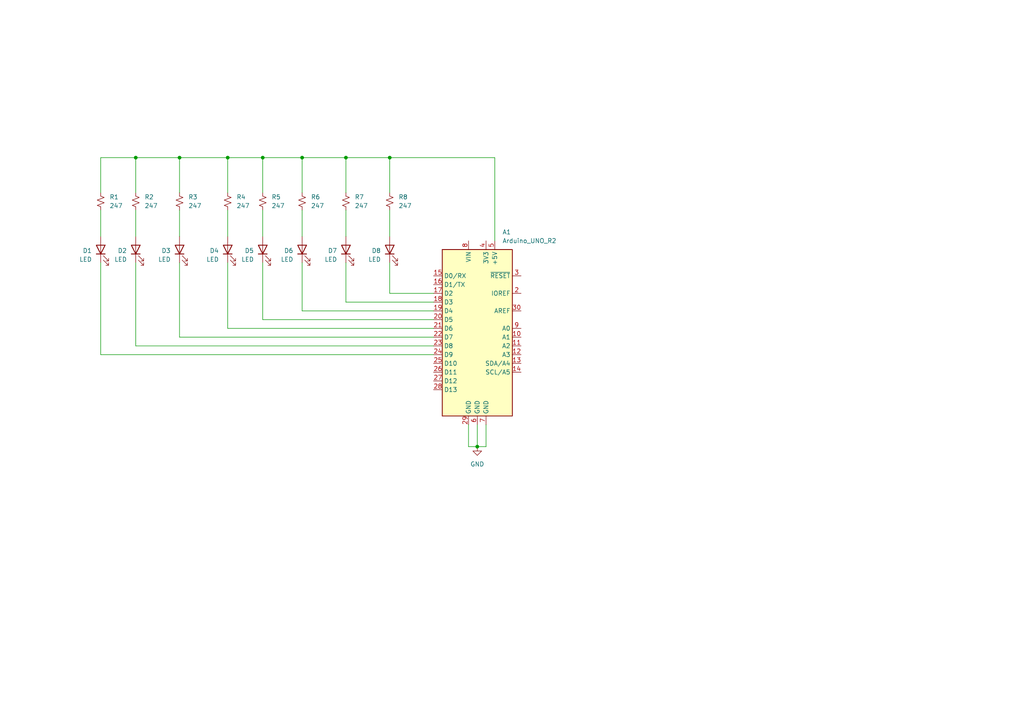
<source format=kicad_sch>
(kicad_sch (version 20230121) (generator eeschema)

  (uuid 0041f362-f40e-4a83-9e95-eeda5808bbee)

  (paper "A4")

  (title_block
    (title "ARDUNO UNO SHIELD")
    (date "21/1/2024")
    (rev "1")
    (company "HCMUT")
    (comment 1 "HOMEWORK1")
  )

  (lib_symbols
    (symbol "Device:LED" (pin_numbers hide) (pin_names (offset 1.016) hide) (in_bom yes) (on_board yes)
      (property "Reference" "D" (at 0 2.54 0)
        (effects (font (size 1.27 1.27)))
      )
      (property "Value" "LED" (at 0 -2.54 0)
        (effects (font (size 1.27 1.27)))
      )
      (property "Footprint" "" (at 0 0 0)
        (effects (font (size 1.27 1.27)) hide)
      )
      (property "Datasheet" "~" (at 0 0 0)
        (effects (font (size 1.27 1.27)) hide)
      )
      (property "ki_keywords" "LED diode" (at 0 0 0)
        (effects (font (size 1.27 1.27)) hide)
      )
      (property "ki_description" "Light emitting diode" (at 0 0 0)
        (effects (font (size 1.27 1.27)) hide)
      )
      (property "ki_fp_filters" "LED* LED_SMD:* LED_THT:*" (at 0 0 0)
        (effects (font (size 1.27 1.27)) hide)
      )
      (symbol "LED_0_1"
        (polyline
          (pts
            (xy -1.27 -1.27)
            (xy -1.27 1.27)
          )
          (stroke (width 0.254) (type default))
          (fill (type none))
        )
        (polyline
          (pts
            (xy -1.27 0)
            (xy 1.27 0)
          )
          (stroke (width 0) (type default))
          (fill (type none))
        )
        (polyline
          (pts
            (xy 1.27 -1.27)
            (xy 1.27 1.27)
            (xy -1.27 0)
            (xy 1.27 -1.27)
          )
          (stroke (width 0.254) (type default))
          (fill (type none))
        )
        (polyline
          (pts
            (xy -3.048 -0.762)
            (xy -4.572 -2.286)
            (xy -3.81 -2.286)
            (xy -4.572 -2.286)
            (xy -4.572 -1.524)
          )
          (stroke (width 0) (type default))
          (fill (type none))
        )
        (polyline
          (pts
            (xy -1.778 -0.762)
            (xy -3.302 -2.286)
            (xy -2.54 -2.286)
            (xy -3.302 -2.286)
            (xy -3.302 -1.524)
          )
          (stroke (width 0) (type default))
          (fill (type none))
        )
      )
      (symbol "LED_1_1"
        (pin passive line (at -3.81 0 0) (length 2.54)
          (name "K" (effects (font (size 1.27 1.27))))
          (number "1" (effects (font (size 1.27 1.27))))
        )
        (pin passive line (at 3.81 0 180) (length 2.54)
          (name "A" (effects (font (size 1.27 1.27))))
          (number "2" (effects (font (size 1.27 1.27))))
        )
      )
    )
    (symbol "Device:R_Small_US" (pin_numbers hide) (pin_names (offset 0.254) hide) (in_bom yes) (on_board yes)
      (property "Reference" "R" (at 0.762 0.508 0)
        (effects (font (size 1.27 1.27)) (justify left))
      )
      (property "Value" "R_Small_US" (at 0.762 -1.016 0)
        (effects (font (size 1.27 1.27)) (justify left))
      )
      (property "Footprint" "" (at 0 0 0)
        (effects (font (size 1.27 1.27)) hide)
      )
      (property "Datasheet" "~" (at 0 0 0)
        (effects (font (size 1.27 1.27)) hide)
      )
      (property "ki_keywords" "r resistor" (at 0 0 0)
        (effects (font (size 1.27 1.27)) hide)
      )
      (property "ki_description" "Resistor, small US symbol" (at 0 0 0)
        (effects (font (size 1.27 1.27)) hide)
      )
      (property "ki_fp_filters" "R_*" (at 0 0 0)
        (effects (font (size 1.27 1.27)) hide)
      )
      (symbol "R_Small_US_1_1"
        (polyline
          (pts
            (xy 0 0)
            (xy 1.016 -0.381)
            (xy 0 -0.762)
            (xy -1.016 -1.143)
            (xy 0 -1.524)
          )
          (stroke (width 0) (type default))
          (fill (type none))
        )
        (polyline
          (pts
            (xy 0 1.524)
            (xy 1.016 1.143)
            (xy 0 0.762)
            (xy -1.016 0.381)
            (xy 0 0)
          )
          (stroke (width 0) (type default))
          (fill (type none))
        )
        (pin passive line (at 0 2.54 270) (length 1.016)
          (name "~" (effects (font (size 1.27 1.27))))
          (number "1" (effects (font (size 1.27 1.27))))
        )
        (pin passive line (at 0 -2.54 90) (length 1.016)
          (name "~" (effects (font (size 1.27 1.27))))
          (number "2" (effects (font (size 1.27 1.27))))
        )
      )
    )
    (symbol "MCU_Module:Arduino_UNO_R2" (in_bom yes) (on_board yes)
      (property "Reference" "A" (at -10.16 23.495 0)
        (effects (font (size 1.27 1.27)) (justify left bottom))
      )
      (property "Value" "Arduino_UNO_R2" (at 5.08 -26.67 0)
        (effects (font (size 1.27 1.27)) (justify left top))
      )
      (property "Footprint" "Module:Arduino_UNO_R2" (at 0 0 0)
        (effects (font (size 1.27 1.27) italic) hide)
      )
      (property "Datasheet" "https://www.arduino.cc/en/Main/arduinoBoardUno" (at 0 0 0)
        (effects (font (size 1.27 1.27)) hide)
      )
      (property "ki_keywords" "Arduino UNO R3 Microcontroller Module Atmel AVR USB" (at 0 0 0)
        (effects (font (size 1.27 1.27)) hide)
      )
      (property "ki_description" "Arduino UNO Microcontroller Module, release 2" (at 0 0 0)
        (effects (font (size 1.27 1.27)) hide)
      )
      (property "ki_fp_filters" "Arduino*UNO*R2*" (at 0 0 0)
        (effects (font (size 1.27 1.27)) hide)
      )
      (symbol "Arduino_UNO_R2_0_1"
        (rectangle (start -10.16 22.86) (end 10.16 -25.4)
          (stroke (width 0.254) (type default))
          (fill (type background))
        )
      )
      (symbol "Arduino_UNO_R2_1_1"
        (pin no_connect line (at -10.16 -20.32 0) (length 2.54) hide
          (name "NC" (effects (font (size 1.27 1.27))))
          (number "1" (effects (font (size 1.27 1.27))))
        )
        (pin bidirectional line (at 12.7 -2.54 180) (length 2.54)
          (name "A1" (effects (font (size 1.27 1.27))))
          (number "10" (effects (font (size 1.27 1.27))))
        )
        (pin bidirectional line (at 12.7 -5.08 180) (length 2.54)
          (name "A2" (effects (font (size 1.27 1.27))))
          (number "11" (effects (font (size 1.27 1.27))))
        )
        (pin bidirectional line (at 12.7 -7.62 180) (length 2.54)
          (name "A3" (effects (font (size 1.27 1.27))))
          (number "12" (effects (font (size 1.27 1.27))))
        )
        (pin bidirectional line (at 12.7 -10.16 180) (length 2.54)
          (name "SDA/A4" (effects (font (size 1.27 1.27))))
          (number "13" (effects (font (size 1.27 1.27))))
        )
        (pin bidirectional line (at 12.7 -12.7 180) (length 2.54)
          (name "SCL/A5" (effects (font (size 1.27 1.27))))
          (number "14" (effects (font (size 1.27 1.27))))
        )
        (pin bidirectional line (at -12.7 15.24 0) (length 2.54)
          (name "D0/RX" (effects (font (size 1.27 1.27))))
          (number "15" (effects (font (size 1.27 1.27))))
        )
        (pin bidirectional line (at -12.7 12.7 0) (length 2.54)
          (name "D1/TX" (effects (font (size 1.27 1.27))))
          (number "16" (effects (font (size 1.27 1.27))))
        )
        (pin bidirectional line (at -12.7 10.16 0) (length 2.54)
          (name "D2" (effects (font (size 1.27 1.27))))
          (number "17" (effects (font (size 1.27 1.27))))
        )
        (pin bidirectional line (at -12.7 7.62 0) (length 2.54)
          (name "D3" (effects (font (size 1.27 1.27))))
          (number "18" (effects (font (size 1.27 1.27))))
        )
        (pin bidirectional line (at -12.7 5.08 0) (length 2.54)
          (name "D4" (effects (font (size 1.27 1.27))))
          (number "19" (effects (font (size 1.27 1.27))))
        )
        (pin output line (at 12.7 10.16 180) (length 2.54)
          (name "IOREF" (effects (font (size 1.27 1.27))))
          (number "2" (effects (font (size 1.27 1.27))))
        )
        (pin bidirectional line (at -12.7 2.54 0) (length 2.54)
          (name "D5" (effects (font (size 1.27 1.27))))
          (number "20" (effects (font (size 1.27 1.27))))
        )
        (pin bidirectional line (at -12.7 0 0) (length 2.54)
          (name "D6" (effects (font (size 1.27 1.27))))
          (number "21" (effects (font (size 1.27 1.27))))
        )
        (pin bidirectional line (at -12.7 -2.54 0) (length 2.54)
          (name "D7" (effects (font (size 1.27 1.27))))
          (number "22" (effects (font (size 1.27 1.27))))
        )
        (pin bidirectional line (at -12.7 -5.08 0) (length 2.54)
          (name "D8" (effects (font (size 1.27 1.27))))
          (number "23" (effects (font (size 1.27 1.27))))
        )
        (pin bidirectional line (at -12.7 -7.62 0) (length 2.54)
          (name "D9" (effects (font (size 1.27 1.27))))
          (number "24" (effects (font (size 1.27 1.27))))
        )
        (pin bidirectional line (at -12.7 -10.16 0) (length 2.54)
          (name "D10" (effects (font (size 1.27 1.27))))
          (number "25" (effects (font (size 1.27 1.27))))
        )
        (pin bidirectional line (at -12.7 -12.7 0) (length 2.54)
          (name "D11" (effects (font (size 1.27 1.27))))
          (number "26" (effects (font (size 1.27 1.27))))
        )
        (pin bidirectional line (at -12.7 -15.24 0) (length 2.54)
          (name "D12" (effects (font (size 1.27 1.27))))
          (number "27" (effects (font (size 1.27 1.27))))
        )
        (pin bidirectional line (at -12.7 -17.78 0) (length 2.54)
          (name "D13" (effects (font (size 1.27 1.27))))
          (number "28" (effects (font (size 1.27 1.27))))
        )
        (pin power_in line (at -2.54 -27.94 90) (length 2.54)
          (name "GND" (effects (font (size 1.27 1.27))))
          (number "29" (effects (font (size 1.27 1.27))))
        )
        (pin input line (at 12.7 15.24 180) (length 2.54)
          (name "~{RESET}" (effects (font (size 1.27 1.27))))
          (number "3" (effects (font (size 1.27 1.27))))
        )
        (pin input line (at 12.7 5.08 180) (length 2.54)
          (name "AREF" (effects (font (size 1.27 1.27))))
          (number "30" (effects (font (size 1.27 1.27))))
        )
        (pin power_out line (at 2.54 25.4 270) (length 2.54)
          (name "3V3" (effects (font (size 1.27 1.27))))
          (number "4" (effects (font (size 1.27 1.27))))
        )
        (pin power_out line (at 5.08 25.4 270) (length 2.54)
          (name "+5V" (effects (font (size 1.27 1.27))))
          (number "5" (effects (font (size 1.27 1.27))))
        )
        (pin power_in line (at 0 -27.94 90) (length 2.54)
          (name "GND" (effects (font (size 1.27 1.27))))
          (number "6" (effects (font (size 1.27 1.27))))
        )
        (pin power_in line (at 2.54 -27.94 90) (length 2.54)
          (name "GND" (effects (font (size 1.27 1.27))))
          (number "7" (effects (font (size 1.27 1.27))))
        )
        (pin power_in line (at -2.54 25.4 270) (length 2.54)
          (name "VIN" (effects (font (size 1.27 1.27))))
          (number "8" (effects (font (size 1.27 1.27))))
        )
        (pin bidirectional line (at 12.7 0 180) (length 2.54)
          (name "A0" (effects (font (size 1.27 1.27))))
          (number "9" (effects (font (size 1.27 1.27))))
        )
      )
    )
    (symbol "power:GND" (power) (pin_names (offset 0)) (in_bom yes) (on_board yes)
      (property "Reference" "#PWR" (at 0 -6.35 0)
        (effects (font (size 1.27 1.27)) hide)
      )
      (property "Value" "GND" (at 0 -3.81 0)
        (effects (font (size 1.27 1.27)))
      )
      (property "Footprint" "" (at 0 0 0)
        (effects (font (size 1.27 1.27)) hide)
      )
      (property "Datasheet" "" (at 0 0 0)
        (effects (font (size 1.27 1.27)) hide)
      )
      (property "ki_keywords" "global power" (at 0 0 0)
        (effects (font (size 1.27 1.27)) hide)
      )
      (property "ki_description" "Power symbol creates a global label with name \"GND\" , ground" (at 0 0 0)
        (effects (font (size 1.27 1.27)) hide)
      )
      (symbol "GND_0_1"
        (polyline
          (pts
            (xy 0 0)
            (xy 0 -1.27)
            (xy 1.27 -1.27)
            (xy 0 -2.54)
            (xy -1.27 -1.27)
            (xy 0 -1.27)
          )
          (stroke (width 0) (type default))
          (fill (type none))
        )
      )
      (symbol "GND_1_1"
        (pin power_in line (at 0 0 270) (length 0) hide
          (name "GND" (effects (font (size 1.27 1.27))))
          (number "1" (effects (font (size 1.27 1.27))))
        )
      )
    )
  )

  (junction (at 100.33 45.72) (diameter 0) (color 0 0 0 0)
    (uuid 0c23f095-c334-4f3a-8452-3a427b0adfc8)
  )
  (junction (at 138.43 129.54) (diameter 0) (color 0 0 0 0)
    (uuid 0f3e1452-67c3-4d21-9930-b61e47a19231)
  )
  (junction (at 87.63 45.72) (diameter 0) (color 0 0 0 0)
    (uuid 19cb27ec-b978-45fa-a321-7d874278e5e7)
  )
  (junction (at 76.2 45.72) (diameter 0) (color 0 0 0 0)
    (uuid 5009891d-490c-48d9-be49-c81c3246d112)
  )
  (junction (at 66.04 45.72) (diameter 0) (color 0 0 0 0)
    (uuid 5d5b6f99-7d4e-4282-b5fb-7c1e69ebdaf4)
  )
  (junction (at 52.07 45.72) (diameter 0) (color 0 0 0 0)
    (uuid 6ebbe0e9-c741-4e47-81ba-ab8077c2d5dc)
  )
  (junction (at 39.37 45.72) (diameter 0) (color 0 0 0 0)
    (uuid ba2383c8-b906-465e-9b06-3fa06dfed37e)
  )
  (junction (at 113.03 45.72) (diameter 0) (color 0 0 0 0)
    (uuid d7059d63-accd-451a-b88c-5c05ea54fa34)
  )

  (wire (pts (xy 135.89 129.54) (xy 138.43 129.54))
    (stroke (width 0) (type default))
    (uuid 09cb2cfd-3d7f-4750-89b5-bfd47da26dbe)
  )
  (wire (pts (xy 76.2 92.71) (xy 125.73 92.71))
    (stroke (width 0) (type default))
    (uuid 14c182dc-8a78-4945-9fb8-5b781474cdcf)
  )
  (wire (pts (xy 143.51 69.85) (xy 143.51 45.72))
    (stroke (width 0) (type default))
    (uuid 1bc11e14-8056-4617-a62f-fce1dc5fd50c)
  )
  (wire (pts (xy 76.2 45.72) (xy 76.2 55.88))
    (stroke (width 0) (type default))
    (uuid 1bf2536b-0f6d-4be3-aa1f-7c48b4cb9284)
  )
  (wire (pts (xy 87.63 45.72) (xy 87.63 55.88))
    (stroke (width 0) (type default))
    (uuid 1fdac70a-5bd0-4423-ada6-6a1e3a2bbfad)
  )
  (wire (pts (xy 143.51 45.72) (xy 113.03 45.72))
    (stroke (width 0) (type default))
    (uuid 2409779a-b14e-45d3-83b0-ceb04d10308b)
  )
  (wire (pts (xy 52.07 76.2) (xy 52.07 97.79))
    (stroke (width 0) (type default))
    (uuid 265bf0b0-5850-468d-8491-a00a468c9001)
  )
  (wire (pts (xy 100.33 87.63) (xy 125.73 87.63))
    (stroke (width 0) (type default))
    (uuid 2bf24c82-f741-4fb4-9814-c8bd4f8e12a1)
  )
  (wire (pts (xy 100.33 45.72) (xy 100.33 55.88))
    (stroke (width 0) (type default))
    (uuid 302fbf05-135d-40e3-b53e-1d3e8bb068ef)
  )
  (wire (pts (xy 29.21 102.87) (xy 125.73 102.87))
    (stroke (width 0) (type default))
    (uuid 40a67b1a-1f9f-465f-87e2-786639709036)
  )
  (wire (pts (xy 52.07 45.72) (xy 39.37 45.72))
    (stroke (width 0) (type default))
    (uuid 472acde1-e5a4-4f0f-824f-06d135c36216)
  )
  (wire (pts (xy 29.21 60.96) (xy 29.21 68.58))
    (stroke (width 0) (type default))
    (uuid 4db7fafe-7f91-4cc0-852d-e1cf8fa3c0c4)
  )
  (wire (pts (xy 39.37 45.72) (xy 29.21 45.72))
    (stroke (width 0) (type default))
    (uuid 5eb7485a-b89f-4a01-8033-e8be4d025ef4)
  )
  (wire (pts (xy 76.2 76.2) (xy 76.2 92.71))
    (stroke (width 0) (type default))
    (uuid 5fc094aa-c881-457b-9eba-8fddde152ce6)
  )
  (wire (pts (xy 113.03 85.09) (xy 125.73 85.09))
    (stroke (width 0) (type default))
    (uuid 61b65462-4984-4866-ab56-373f0a6511ca)
  )
  (wire (pts (xy 87.63 76.2) (xy 87.63 90.17))
    (stroke (width 0) (type default))
    (uuid 63ed37bd-1707-4455-8d2d-e7e5989a31cd)
  )
  (wire (pts (xy 100.33 76.2) (xy 100.33 87.63))
    (stroke (width 0) (type default))
    (uuid 6432c4e4-0417-43e7-b87b-78922072aa28)
  )
  (wire (pts (xy 100.33 45.72) (xy 87.63 45.72))
    (stroke (width 0) (type default))
    (uuid 6b11f9f4-c470-43ca-824a-3121a2ad1cf9)
  )
  (wire (pts (xy 113.03 60.96) (xy 113.03 68.58))
    (stroke (width 0) (type default))
    (uuid 6c9ad1f0-904c-4ace-a0b5-d0ebaefe27be)
  )
  (wire (pts (xy 29.21 45.72) (xy 29.21 55.88))
    (stroke (width 0) (type default))
    (uuid 6d056400-7ec0-45c3-8c40-bf969324ab3a)
  )
  (wire (pts (xy 76.2 60.96) (xy 76.2 68.58))
    (stroke (width 0) (type default))
    (uuid 6f40d792-56e6-496c-9f78-e0669360a4dd)
  )
  (wire (pts (xy 66.04 60.96) (xy 66.04 68.58))
    (stroke (width 0) (type default))
    (uuid 7e5bb88c-596d-4a5e-aef4-7457f223296b)
  )
  (wire (pts (xy 39.37 100.33) (xy 125.73 100.33))
    (stroke (width 0) (type default))
    (uuid 8143b605-d032-47e5-ab40-8b7ae4e21059)
  )
  (wire (pts (xy 113.03 45.72) (xy 113.03 55.88))
    (stroke (width 0) (type default))
    (uuid 8afd89fa-0edf-4c33-b16e-2e972c6dc388)
  )
  (wire (pts (xy 52.07 60.96) (xy 52.07 68.58))
    (stroke (width 0) (type default))
    (uuid 8deed175-451c-43c5-acb1-84582c45232d)
  )
  (wire (pts (xy 39.37 60.96) (xy 39.37 68.58))
    (stroke (width 0) (type default))
    (uuid 9abe4d5f-8b9a-4924-b888-2b8419fba95a)
  )
  (wire (pts (xy 87.63 60.96) (xy 87.63 68.58))
    (stroke (width 0) (type default))
    (uuid 9b559051-8253-42be-a4d9-8dc583ef20c7)
  )
  (wire (pts (xy 52.07 45.72) (xy 52.07 55.88))
    (stroke (width 0) (type default))
    (uuid a7c4b498-94de-4e25-8697-abe99c60da03)
  )
  (wire (pts (xy 39.37 76.2) (xy 39.37 100.33))
    (stroke (width 0) (type default))
    (uuid aa8e6630-a1ce-423c-b777-807462cd6a91)
  )
  (wire (pts (xy 87.63 45.72) (xy 76.2 45.72))
    (stroke (width 0) (type default))
    (uuid ad877035-8dd0-498c-83da-aaa38a477976)
  )
  (wire (pts (xy 76.2 45.72) (xy 66.04 45.72))
    (stroke (width 0) (type default))
    (uuid b410d7b1-9019-4c01-aabc-16c70ff19a96)
  )
  (wire (pts (xy 138.43 129.54) (xy 140.97 129.54))
    (stroke (width 0) (type default))
    (uuid b7ded6ce-1fa5-4ab6-9fd3-e2043db6a67e)
  )
  (wire (pts (xy 113.03 76.2) (xy 113.03 85.09))
    (stroke (width 0) (type default))
    (uuid c6da5993-0642-4396-a4fc-268c021e5bc1)
  )
  (wire (pts (xy 100.33 60.96) (xy 100.33 68.58))
    (stroke (width 0) (type default))
    (uuid ced7a848-bb45-4902-9193-83b74fc2da0a)
  )
  (wire (pts (xy 138.43 123.19) (xy 138.43 129.54))
    (stroke (width 0) (type default))
    (uuid d043c884-4b53-4b8f-9100-db4624d818af)
  )
  (wire (pts (xy 135.89 123.19) (xy 135.89 129.54))
    (stroke (width 0) (type default))
    (uuid d0a152e0-a10f-450f-bb4d-3968e0595a3d)
  )
  (wire (pts (xy 29.21 76.2) (xy 29.21 102.87))
    (stroke (width 0) (type default))
    (uuid d0bef6e1-4397-4caf-8812-f3df33969305)
  )
  (wire (pts (xy 66.04 45.72) (xy 52.07 45.72))
    (stroke (width 0) (type default))
    (uuid d7a3987e-2a27-4769-b028-19225e48361f)
  )
  (wire (pts (xy 52.07 97.79) (xy 125.73 97.79))
    (stroke (width 0) (type default))
    (uuid e20f150c-a26e-424e-8f63-8e2a54278616)
  )
  (wire (pts (xy 113.03 45.72) (xy 100.33 45.72))
    (stroke (width 0) (type default))
    (uuid e6d5dec0-bdd9-4e46-930d-c14fea5ada1c)
  )
  (wire (pts (xy 39.37 45.72) (xy 39.37 55.88))
    (stroke (width 0) (type default))
    (uuid ea5357e9-4dd8-4304-8be8-62c33c83285c)
  )
  (wire (pts (xy 87.63 90.17) (xy 125.73 90.17))
    (stroke (width 0) (type default))
    (uuid ebe0832a-b143-4603-90ed-7c0dbdfa9424)
  )
  (wire (pts (xy 140.97 129.54) (xy 140.97 123.19))
    (stroke (width 0) (type default))
    (uuid edde8d58-a947-4dc5-9267-a73cc2e3e2f1)
  )
  (wire (pts (xy 66.04 45.72) (xy 66.04 55.88))
    (stroke (width 0) (type default))
    (uuid f51654ed-3ecf-4d8e-a752-55922a90a07b)
  )
  (wire (pts (xy 66.04 95.25) (xy 125.73 95.25))
    (stroke (width 0) (type default))
    (uuid f89bc21e-ebd6-4852-a36c-1787933a4b71)
  )
  (wire (pts (xy 66.04 76.2) (xy 66.04 95.25))
    (stroke (width 0) (type default))
    (uuid f8a33633-c57d-431a-82b6-d1e9d4a57e8b)
  )

  (symbol (lib_id "Device:R_Small_US") (at 76.2 58.42 0) (unit 1)
    (in_bom yes) (on_board yes) (dnp no) (fields_autoplaced)
    (uuid 0212ce92-f309-4c78-8a83-744cd4380a94)
    (property "Reference" "R5" (at 78.74 57.15 0)
      (effects (font (size 1.27 1.27)) (justify left))
    )
    (property "Value" "247" (at 78.74 59.69 0)
      (effects (font (size 1.27 1.27)) (justify left))
    )
    (property "Footprint" "Resistor_SMD:R_0603_1608Metric" (at 76.2 58.42 0)
      (effects (font (size 1.27 1.27)) hide)
    )
    (property "Datasheet" "~" (at 76.2 58.42 0)
      (effects (font (size 1.27 1.27)) hide)
    )
    (pin "1" (uuid ff52d946-fdaa-4969-bc8a-24501f690028))
    (pin "2" (uuid 70e27901-d024-494d-ac0c-83dd8392b12a))
    (instances
      (project "hw1"
        (path "/0041f362-f40e-4a83-9e95-eeda5808bbee"
          (reference "R5") (unit 1)
        )
      )
    )
  )

  (symbol (lib_id "Device:LED") (at 66.04 72.39 90) (unit 1)
    (in_bom yes) (on_board yes) (dnp no) (fields_autoplaced)
    (uuid 0d22b2f4-6288-4524-a1dc-d05b8f653b81)
    (property "Reference" "D4" (at 63.5 72.7075 90)
      (effects (font (size 1.27 1.27)) (justify left))
    )
    (property "Value" "LED" (at 63.5 75.2475 90)
      (effects (font (size 1.27 1.27)) (justify left))
    )
    (property "Footprint" "LED_SMD:LED_0805_2012Metric" (at 66.04 72.39 0)
      (effects (font (size 1.27 1.27)) hide)
    )
    (property "Datasheet" "~" (at 66.04 72.39 0)
      (effects (font (size 1.27 1.27)) hide)
    )
    (pin "1" (uuid ccde796c-640c-44ec-88f1-874f77318f50))
    (pin "2" (uuid 6d97a980-7423-4666-a345-29d7544a8493))
    (instances
      (project "hw1"
        (path "/0041f362-f40e-4a83-9e95-eeda5808bbee"
          (reference "D4") (unit 1)
        )
      )
    )
  )

  (symbol (lib_id "Device:R_Small_US") (at 39.37 58.42 0) (unit 1)
    (in_bom yes) (on_board yes) (dnp no) (fields_autoplaced)
    (uuid 14be8fc0-6c4d-449c-9fab-d6b1ef4031cc)
    (property "Reference" "R2" (at 41.91 57.15 0)
      (effects (font (size 1.27 1.27)) (justify left))
    )
    (property "Value" "247" (at 41.91 59.69 0)
      (effects (font (size 1.27 1.27)) (justify left))
    )
    (property "Footprint" "Resistor_SMD:R_0603_1608Metric" (at 39.37 58.42 0)
      (effects (font (size 1.27 1.27)) hide)
    )
    (property "Datasheet" "~" (at 39.37 58.42 0)
      (effects (font (size 1.27 1.27)) hide)
    )
    (pin "1" (uuid 7aa0fac4-f1b5-4056-9d26-1e51eb320b14))
    (pin "2" (uuid 8bd62031-ab25-4ced-a41f-31902d096742))
    (instances
      (project "hw1"
        (path "/0041f362-f40e-4a83-9e95-eeda5808bbee"
          (reference "R2") (unit 1)
        )
      )
    )
  )

  (symbol (lib_id "Device:LED") (at 29.21 72.39 90) (unit 1)
    (in_bom yes) (on_board yes) (dnp no) (fields_autoplaced)
    (uuid 1d615628-3cbd-4175-880d-d3ff93331181)
    (property "Reference" "D1" (at 26.67 72.7075 90)
      (effects (font (size 1.27 1.27)) (justify left))
    )
    (property "Value" "LED" (at 26.67 75.2475 90)
      (effects (font (size 1.27 1.27)) (justify left))
    )
    (property "Footprint" "LED_SMD:LED_0805_2012Metric" (at 29.21 72.39 0)
      (effects (font (size 1.27 1.27)) hide)
    )
    (property "Datasheet" "~" (at 29.21 72.39 0)
      (effects (font (size 1.27 1.27)) hide)
    )
    (pin "1" (uuid ccde796c-640c-44ec-88f1-874f77318f51))
    (pin "2" (uuid 6d97a980-7423-4666-a345-29d7544a8494))
    (instances
      (project "hw1"
        (path "/0041f362-f40e-4a83-9e95-eeda5808bbee"
          (reference "D1") (unit 1)
        )
      )
    )
  )

  (symbol (lib_id "Device:LED") (at 52.07 72.39 90) (unit 1)
    (in_bom yes) (on_board yes) (dnp no) (fields_autoplaced)
    (uuid 2dcf32ed-6ef5-4fbf-9189-f231c4b89b69)
    (property "Reference" "D3" (at 49.53 72.7075 90)
      (effects (font (size 1.27 1.27)) (justify left))
    )
    (property "Value" "LED" (at 49.53 75.2475 90)
      (effects (font (size 1.27 1.27)) (justify left))
    )
    (property "Footprint" "LED_SMD:LED_0805_2012Metric" (at 52.07 72.39 0)
      (effects (font (size 1.27 1.27)) hide)
    )
    (property "Datasheet" "~" (at 52.07 72.39 0)
      (effects (font (size 1.27 1.27)) hide)
    )
    (pin "1" (uuid ccde796c-640c-44ec-88f1-874f77318f52))
    (pin "2" (uuid 6d97a980-7423-4666-a345-29d7544a8495))
    (instances
      (project "hw1"
        (path "/0041f362-f40e-4a83-9e95-eeda5808bbee"
          (reference "D3") (unit 1)
        )
      )
    )
  )

  (symbol (lib_id "Device:R_Small_US") (at 52.07 58.42 0) (unit 1)
    (in_bom yes) (on_board yes) (dnp no) (fields_autoplaced)
    (uuid 2f150ccd-72d4-422f-8625-065a480f536d)
    (property "Reference" "R3" (at 54.61 57.15 0)
      (effects (font (size 1.27 1.27)) (justify left))
    )
    (property "Value" "247" (at 54.61 59.69 0)
      (effects (font (size 1.27 1.27)) (justify left))
    )
    (property "Footprint" "Resistor_SMD:R_0603_1608Metric" (at 52.07 58.42 0)
      (effects (font (size 1.27 1.27)) hide)
    )
    (property "Datasheet" "~" (at 52.07 58.42 0)
      (effects (font (size 1.27 1.27)) hide)
    )
    (pin "1" (uuid a392b6bc-bfd5-4ee0-94aa-24ef2cdd2feb))
    (pin "2" (uuid b647c31e-485e-4496-8cc9-b8b002bb9087))
    (instances
      (project "hw1"
        (path "/0041f362-f40e-4a83-9e95-eeda5808bbee"
          (reference "R3") (unit 1)
        )
      )
    )
  )

  (symbol (lib_id "Device:LED") (at 100.33 72.39 90) (unit 1)
    (in_bom yes) (on_board yes) (dnp no) (fields_autoplaced)
    (uuid 39223d42-241c-4cc6-a363-685c19b000e3)
    (property "Reference" "D7" (at 97.79 72.7075 90)
      (effects (font (size 1.27 1.27)) (justify left))
    )
    (property "Value" "LED" (at 97.79 75.2475 90)
      (effects (font (size 1.27 1.27)) (justify left))
    )
    (property "Footprint" "LED_SMD:LED_0805_2012Metric" (at 100.33 72.39 0)
      (effects (font (size 1.27 1.27)) hide)
    )
    (property "Datasheet" "~" (at 100.33 72.39 0)
      (effects (font (size 1.27 1.27)) hide)
    )
    (pin "1" (uuid ccde796c-640c-44ec-88f1-874f77318f53))
    (pin "2" (uuid 6d97a980-7423-4666-a345-29d7544a8496))
    (instances
      (project "hw1"
        (path "/0041f362-f40e-4a83-9e95-eeda5808bbee"
          (reference "D7") (unit 1)
        )
      )
    )
  )

  (symbol (lib_id "Device:R_Small_US") (at 113.03 58.42 0) (unit 1)
    (in_bom yes) (on_board yes) (dnp no) (fields_autoplaced)
    (uuid 43717df8-3ef1-4d06-849a-946edd287a11)
    (property "Reference" "R8" (at 115.57 57.15 0)
      (effects (font (size 1.27 1.27)) (justify left))
    )
    (property "Value" "247" (at 115.57 59.69 0)
      (effects (font (size 1.27 1.27)) (justify left))
    )
    (property "Footprint" "Resistor_SMD:R_0603_1608Metric" (at 113.03 58.42 0)
      (effects (font (size 1.27 1.27)) hide)
    )
    (property "Datasheet" "~" (at 113.03 58.42 0)
      (effects (font (size 1.27 1.27)) hide)
    )
    (pin "1" (uuid 48ec50f8-70fd-423c-941a-f3e96352704f))
    (pin "2" (uuid 4d2e1bc3-d7f3-4776-bca0-75ba6bb591bf))
    (instances
      (project "hw1"
        (path "/0041f362-f40e-4a83-9e95-eeda5808bbee"
          (reference "R8") (unit 1)
        )
      )
    )
  )

  (symbol (lib_id "Device:R_Small_US") (at 100.33 58.42 0) (unit 1)
    (in_bom yes) (on_board yes) (dnp no) (fields_autoplaced)
    (uuid 6da6d4bb-8e78-491a-b155-5cfc350527bf)
    (property "Reference" "R7" (at 102.87 57.15 0)
      (effects (font (size 1.27 1.27)) (justify left))
    )
    (property "Value" "247" (at 102.87 59.69 0)
      (effects (font (size 1.27 1.27)) (justify left))
    )
    (property "Footprint" "Resistor_SMD:R_0603_1608Metric" (at 100.33 58.42 0)
      (effects (font (size 1.27 1.27)) hide)
    )
    (property "Datasheet" "~" (at 100.33 58.42 0)
      (effects (font (size 1.27 1.27)) hide)
    )
    (pin "1" (uuid effaedf8-23c3-430d-8168-b59becf5715d))
    (pin "2" (uuid 25f164bd-e17c-4cfa-be8a-b625962fcaed))
    (instances
      (project "hw1"
        (path "/0041f362-f40e-4a83-9e95-eeda5808bbee"
          (reference "R7") (unit 1)
        )
      )
    )
  )

  (symbol (lib_id "Device:LED") (at 113.03 72.39 90) (unit 1)
    (in_bom yes) (on_board yes) (dnp no) (fields_autoplaced)
    (uuid 73544398-2a10-4618-a9e3-06b0656a99e9)
    (property "Reference" "D8" (at 110.49 72.7075 90)
      (effects (font (size 1.27 1.27)) (justify left))
    )
    (property "Value" "LED" (at 110.49 75.2475 90)
      (effects (font (size 1.27 1.27)) (justify left))
    )
    (property "Footprint" "LED_SMD:LED_0805_2012Metric" (at 113.03 72.39 0)
      (effects (font (size 1.27 1.27)) hide)
    )
    (property "Datasheet" "~" (at 113.03 72.39 0)
      (effects (font (size 1.27 1.27)) hide)
    )
    (pin "2" (uuid 88555853-1582-4141-95cd-f7fb0bf9a8a3))
    (pin "1" (uuid 9e2c20e6-8749-41ba-b6b2-cd179ae0730c))
    (instances
      (project "hw1"
        (path "/0041f362-f40e-4a83-9e95-eeda5808bbee"
          (reference "D8") (unit 1)
        )
      )
    )
  )

  (symbol (lib_id "Device:LED") (at 39.37 72.39 90) (unit 1)
    (in_bom yes) (on_board yes) (dnp no) (fields_autoplaced)
    (uuid 75fe298c-ff3c-4049-8f12-8d7e79917ad0)
    (property "Reference" "D2" (at 36.83 72.7075 90)
      (effects (font (size 1.27 1.27)) (justify left))
    )
    (property "Value" "LED" (at 36.83 75.2475 90)
      (effects (font (size 1.27 1.27)) (justify left))
    )
    (property "Footprint" "LED_SMD:LED_0805_2012Metric" (at 39.37 72.39 0)
      (effects (font (size 1.27 1.27)) hide)
    )
    (property "Datasheet" "~" (at 39.37 72.39 0)
      (effects (font (size 1.27 1.27)) hide)
    )
    (pin "1" (uuid ccde796c-640c-44ec-88f1-874f77318f54))
    (pin "2" (uuid 6d97a980-7423-4666-a345-29d7544a8497))
    (instances
      (project "hw1"
        (path "/0041f362-f40e-4a83-9e95-eeda5808bbee"
          (reference "D2") (unit 1)
        )
      )
    )
  )

  (symbol (lib_id "Device:LED") (at 87.63 72.39 90) (unit 1)
    (in_bom yes) (on_board yes) (dnp no) (fields_autoplaced)
    (uuid a1ed2983-e22c-4f0a-94c1-229def8c8969)
    (property "Reference" "D6" (at 85.09 72.7075 90)
      (effects (font (size 1.27 1.27)) (justify left))
    )
    (property "Value" "LED" (at 85.09 75.2475 90)
      (effects (font (size 1.27 1.27)) (justify left))
    )
    (property "Footprint" "LED_SMD:LED_0805_2012Metric" (at 87.63 72.39 0)
      (effects (font (size 1.27 1.27)) hide)
    )
    (property "Datasheet" "~" (at 87.63 72.39 0)
      (effects (font (size 1.27 1.27)) hide)
    )
    (pin "1" (uuid ccde796c-640c-44ec-88f1-874f77318f55))
    (pin "2" (uuid 6d97a980-7423-4666-a345-29d7544a8498))
    (instances
      (project "hw1"
        (path "/0041f362-f40e-4a83-9e95-eeda5808bbee"
          (reference "D6") (unit 1)
        )
      )
    )
  )

  (symbol (lib_id "Device:R_Small_US") (at 87.63 58.42 0) (unit 1)
    (in_bom yes) (on_board yes) (dnp no) (fields_autoplaced)
    (uuid aaa6b404-ed61-43c0-8864-c132a6cbd1d8)
    (property "Reference" "R6" (at 90.17 57.15 0)
      (effects (font (size 1.27 1.27)) (justify left))
    )
    (property "Value" "247" (at 90.17 59.69 0)
      (effects (font (size 1.27 1.27)) (justify left))
    )
    (property "Footprint" "Resistor_SMD:R_0603_1608Metric" (at 87.63 58.42 0)
      (effects (font (size 1.27 1.27)) hide)
    )
    (property "Datasheet" "~" (at 87.63 58.42 0)
      (effects (font (size 1.27 1.27)) hide)
    )
    (pin "1" (uuid c9aa1491-352f-46d2-9679-2b42306c29e9))
    (pin "2" (uuid bec6cdb5-0236-4147-af01-44c04ad868b9))
    (instances
      (project "hw1"
        (path "/0041f362-f40e-4a83-9e95-eeda5808bbee"
          (reference "R6") (unit 1)
        )
      )
    )
  )

  (symbol (lib_id "Device:R_Small_US") (at 29.21 58.42 0) (unit 1)
    (in_bom yes) (on_board yes) (dnp no) (fields_autoplaced)
    (uuid c01aa856-c8a4-493c-abcb-9799a95a22dd)
    (property "Reference" "R1" (at 31.75 57.15 0)
      (effects (font (size 1.27 1.27)) (justify left))
    )
    (property "Value" "247" (at 31.75 59.69 0)
      (effects (font (size 1.27 1.27)) (justify left))
    )
    (property "Footprint" "Resistor_SMD:R_0603_1608Metric" (at 29.21 58.42 0)
      (effects (font (size 1.27 1.27)) hide)
    )
    (property "Datasheet" "~" (at 29.21 58.42 0)
      (effects (font (size 1.27 1.27)) hide)
    )
    (pin "1" (uuid 49410ac1-80fe-4fd7-830e-698ad7064662))
    (pin "2" (uuid 27426b5d-b1bb-43ee-86c0-6511f3029a86))
    (instances
      (project "hw1"
        (path "/0041f362-f40e-4a83-9e95-eeda5808bbee"
          (reference "R1") (unit 1)
        )
      )
    )
  )

  (symbol (lib_id "power:GND") (at 138.43 129.54 0) (unit 1)
    (in_bom yes) (on_board yes) (dnp no) (fields_autoplaced)
    (uuid c0e65b80-b211-424c-bc35-7e5203784a2d)
    (property "Reference" "#PWR01" (at 138.43 135.89 0)
      (effects (font (size 1.27 1.27)) hide)
    )
    (property "Value" "GND" (at 138.43 134.62 0)
      (effects (font (size 1.27 1.27)))
    )
    (property "Footprint" "" (at 138.43 129.54 0)
      (effects (font (size 1.27 1.27)) hide)
    )
    (property "Datasheet" "" (at 138.43 129.54 0)
      (effects (font (size 1.27 1.27)) hide)
    )
    (pin "1" (uuid 95e2b5ce-f364-4f15-b41e-40a30eb7951f))
    (instances
      (project "hw1"
        (path "/0041f362-f40e-4a83-9e95-eeda5808bbee"
          (reference "#PWR01") (unit 1)
        )
      )
    )
  )

  (symbol (lib_id "Device:R_Small_US") (at 66.04 58.42 0) (unit 1)
    (in_bom yes) (on_board yes) (dnp no) (fields_autoplaced)
    (uuid ce0aae74-7ec2-4fdd-a4c2-3bc820df98ec)
    (property "Reference" "R4" (at 68.58 57.15 0)
      (effects (font (size 1.27 1.27)) (justify left))
    )
    (property "Value" "247" (at 68.58 59.69 0)
      (effects (font (size 1.27 1.27)) (justify left))
    )
    (property "Footprint" "Resistor_SMD:R_0603_1608Metric" (at 66.04 58.42 0)
      (effects (font (size 1.27 1.27)) hide)
    )
    (property "Datasheet" "~" (at 66.04 58.42 0)
      (effects (font (size 1.27 1.27)) hide)
    )
    (pin "1" (uuid a16b6a0d-9667-44ff-a14f-674620eae676))
    (pin "2" (uuid 7c0b4809-3223-4e4c-a4d7-f4e047e63af5))
    (instances
      (project "hw1"
        (path "/0041f362-f40e-4a83-9e95-eeda5808bbee"
          (reference "R4") (unit 1)
        )
      )
    )
  )

  (symbol (lib_id "MCU_Module:Arduino_UNO_R2") (at 138.43 95.25 0) (unit 1)
    (in_bom yes) (on_board yes) (dnp no) (fields_autoplaced)
    (uuid db889023-35a8-486e-bb1d-5e6d31b7714b)
    (property "Reference" "A1" (at 145.7041 67.31 0)
      (effects (font (size 1.27 1.27)) (justify left))
    )
    (property "Value" "Arduino_UNO_R2" (at 145.7041 69.85 0)
      (effects (font (size 1.27 1.27)) (justify left))
    )
    (property "Footprint" "Module:Arduino_UNO_R2" (at 138.43 95.25 0)
      (effects (font (size 1.27 1.27) italic) hide)
    )
    (property "Datasheet" "https://www.arduino.cc/en/Main/arduinoBoardUno" (at 138.43 95.25 0)
      (effects (font (size 1.27 1.27)) hide)
    )
    (pin "10" (uuid 9132524d-7744-44e2-b733-7d7287afed99))
    (pin "12" (uuid b9a540bd-ae5b-4e62-8d50-c262bdd6b3c5))
    (pin "21" (uuid 7586164a-d061-46b5-87f0-19828c95a8a3))
    (pin "7" (uuid 5c5a83e9-d785-4e61-9d3e-fab582199cf0))
    (pin "29" (uuid b735b70f-595d-4bbe-bde3-908d69263d80))
    (pin "22" (uuid c96116f2-5a6a-401d-871f-3f984398901c))
    (pin "24" (uuid feaae7ed-0902-45ce-8c6c-c7bd6e09c5ed))
    (pin "26" (uuid 1d6f48f1-13c6-4c69-adaf-a37e9eccf9c7))
    (pin "27" (uuid ba8c75ef-118b-47fb-a196-a68c07491a0e))
    (pin "2" (uuid 045137e8-6a89-49e0-abaa-0b4cdf1d6f09))
    (pin "6" (uuid e0e622e8-13dc-44f7-bc53-e2da390c365e))
    (pin "25" (uuid 391d8c6d-d144-43bb-9021-8d4902de0cb7))
    (pin "30" (uuid eb13373c-1f73-4851-9f68-787ab5d4cef7))
    (pin "20" (uuid a649ad32-3a1b-4054-bb78-31a97a51cdd4))
    (pin "23" (uuid 03999fb3-e398-4e7a-8f98-53c6125a36e0))
    (pin "14" (uuid 990fb682-36b8-43cc-b2c1-4341fd42d23d))
    (pin "15" (uuid bfc16640-16da-49a6-9842-43b2b3001d75))
    (pin "4" (uuid c4918905-f492-4866-851c-d9e6dfa2d97e))
    (pin "1" (uuid 12a7a7e9-033c-4997-b646-9825a360480d))
    (pin "8" (uuid a7e7fca6-004f-4a24-af5b-bbc8d61bc15f))
    (pin "19" (uuid d5626ba3-599c-4a04-85b4-e541a2a435c1))
    (pin "16" (uuid 0b0a33db-7834-4f86-aee8-46ff961dfe2f))
    (pin "5" (uuid 06711b3f-b759-4090-b26c-f543fe469222))
    (pin "17" (uuid 0e22b69f-6dda-441a-9809-04646b12c748))
    (pin "11" (uuid 45d9df81-d1a3-4f51-81b9-76f941aaae58))
    (pin "13" (uuid 8ad30b92-490e-482b-b99e-5be5d42cade9))
    (pin "18" (uuid d32b0e23-833f-4b02-9308-a46cfa8bbf89))
    (pin "28" (uuid aa26f20c-875c-4e6c-bcad-d8bece8dedd5))
    (pin "9" (uuid ea1d35a4-9a8b-42e7-9d2f-506d6e9f3910))
    (pin "3" (uuid 07761e32-abe1-4f48-a638-7a8c966edadf))
    (instances
      (project "hw1"
        (path "/0041f362-f40e-4a83-9e95-eeda5808bbee"
          (reference "A1") (unit 1)
        )
      )
    )
  )

  (symbol (lib_id "Device:LED") (at 76.2 72.39 90) (unit 1)
    (in_bom yes) (on_board yes) (dnp no) (fields_autoplaced)
    (uuid f53f705a-d08e-4d8f-a58a-a7a4e0eb73e9)
    (property "Reference" "D5" (at 73.66 72.7075 90)
      (effects (font (size 1.27 1.27)) (justify left))
    )
    (property "Value" "LED" (at 73.66 75.2475 90)
      (effects (font (size 1.27 1.27)) (justify left))
    )
    (property "Footprint" "LED_SMD:LED_0805_2012Metric" (at 76.2 72.39 0)
      (effects (font (size 1.27 1.27)) hide)
    )
    (property "Datasheet" "~" (at 76.2 72.39 0)
      (effects (font (size 1.27 1.27)) hide)
    )
    (pin "1" (uuid ccde796c-640c-44ec-88f1-874f77318f56))
    (pin "2" (uuid 6d97a980-7423-4666-a345-29d7544a8499))
    (instances
      (project "hw1"
        (path "/0041f362-f40e-4a83-9e95-eeda5808bbee"
          (reference "D5") (unit 1)
        )
      )
    )
  )

  (sheet_instances
    (path "/" (page "1"))
  )
)

</source>
